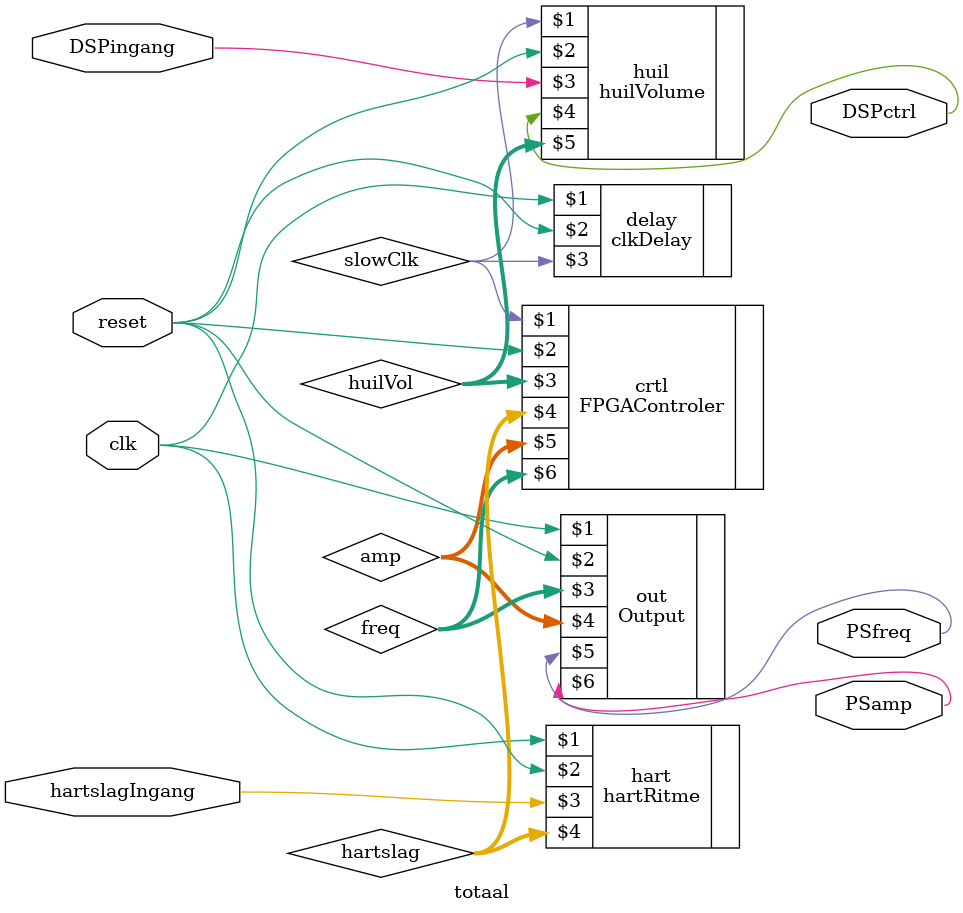
<source format=v>
module totaal (
	input clk,
	input reset,
	input DSPingang,
	input hartslagIngang,
	output DSPctrl,
	output PSfreq,
	output PSamp);
	
	wire [7:0] hartslag;
	wire [7:0] huilVol;
	wire [2:0] amp;
	wire [2:0] freq;
	
	clkDelay	  delay(clk		, reset, slowClk								 );

	huilVolume	  huil (slowClk	, reset, DSPingang,		DSPctrl,  huilVol        ); 
	hartRitme	  hart (clk		, reset, hartslagIngang,	hartslag             );
	
	FPGAControler crtl (slowClk	, reset, huilVol,        hartslag, amp,    freq  );
	Output        out  (clk		, reset, freq,           amp,      PSfreq, PSamp );
	
	// Verder moet er een Reset ingebouwd worden om er voor te zorgen dat de regeling opnieuw begint zodra we het pad kwijt raken.
	
endmodule

</source>
